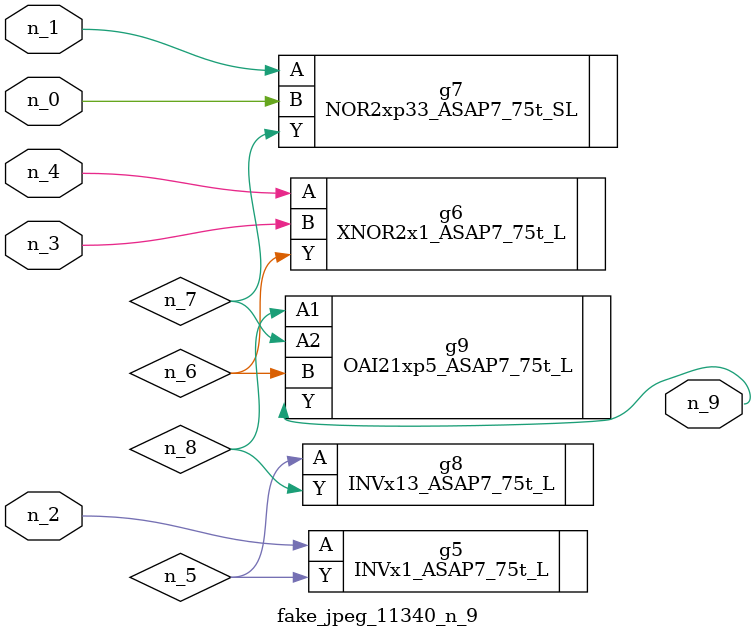
<source format=v>
module fake_jpeg_11340_n_9 (n_3, n_2, n_1, n_0, n_4, n_9);

input n_3;
input n_2;
input n_1;
input n_0;
input n_4;

output n_9;

wire n_8;
wire n_6;
wire n_5;
wire n_7;

INVx1_ASAP7_75t_L g5 ( 
.A(n_2),
.Y(n_5)
);

XNOR2x1_ASAP7_75t_L g6 ( 
.A(n_4),
.B(n_3),
.Y(n_6)
);

NOR2xp33_ASAP7_75t_SL g7 ( 
.A(n_1),
.B(n_0),
.Y(n_7)
);

INVx13_ASAP7_75t_L g8 ( 
.A(n_5),
.Y(n_8)
);

OAI21xp5_ASAP7_75t_L g9 ( 
.A1(n_8),
.A2(n_7),
.B(n_6),
.Y(n_9)
);


endmodule
</source>
